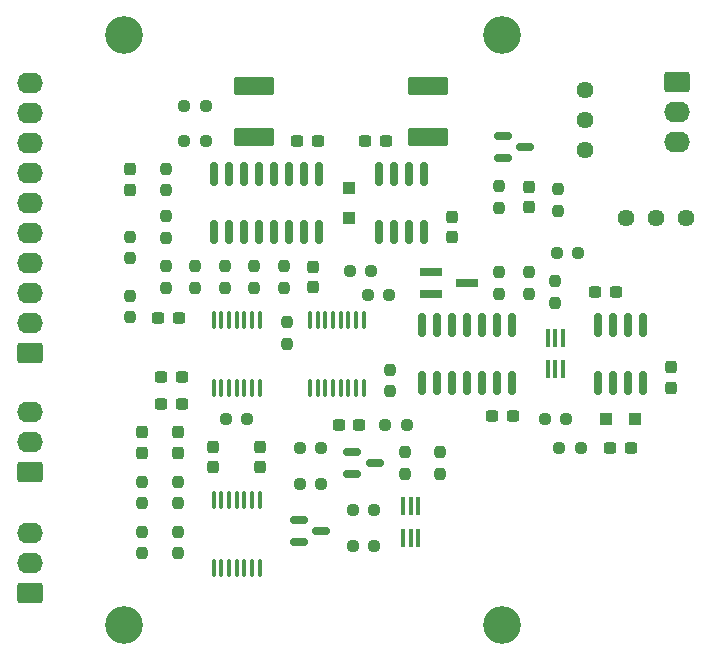
<source format=gbr>
%TF.GenerationSoftware,KiCad,Pcbnew,6.0.11-2627ca5db0~126~ubuntu22.04.1*%
%TF.CreationDate,2023-05-12T21:42:37+02:00*%
%TF.ProjectId,Etherwave-GateCV,45746865-7277-4617-9665-2d4761746543,rev?*%
%TF.SameCoordinates,Original*%
%TF.FileFunction,Soldermask,Top*%
%TF.FilePolarity,Negative*%
%FSLAX46Y46*%
G04 Gerber Fmt 4.6, Leading zero omitted, Abs format (unit mm)*
G04 Created by KiCad (PCBNEW 6.0.11-2627ca5db0~126~ubuntu22.04.1) date 2023-05-12 21:42:37*
%MOMM*%
%LPD*%
G01*
G04 APERTURE LIST*
G04 Aperture macros list*
%AMRoundRect*
0 Rectangle with rounded corners*
0 $1 Rounding radius*
0 $2 $3 $4 $5 $6 $7 $8 $9 X,Y pos of 4 corners*
0 Add a 4 corners polygon primitive as box body*
4,1,4,$2,$3,$4,$5,$6,$7,$8,$9,$2,$3,0*
0 Add four circle primitives for the rounded corners*
1,1,$1+$1,$2,$3*
1,1,$1+$1,$4,$5*
1,1,$1+$1,$6,$7*
1,1,$1+$1,$8,$9*
0 Add four rect primitives between the rounded corners*
20,1,$1+$1,$2,$3,$4,$5,0*
20,1,$1+$1,$4,$5,$6,$7,0*
20,1,$1+$1,$6,$7,$8,$9,0*
20,1,$1+$1,$8,$9,$2,$3,0*%
G04 Aperture macros list end*
%ADD10C,3.200000*%
%ADD11RoundRect,0.237500X-0.300000X-0.237500X0.300000X-0.237500X0.300000X0.237500X-0.300000X0.237500X0*%
%ADD12RoundRect,0.237500X0.237500X-0.250000X0.237500X0.250000X-0.237500X0.250000X-0.237500X-0.250000X0*%
%ADD13RoundRect,0.250000X0.845000X-0.620000X0.845000X0.620000X-0.845000X0.620000X-0.845000X-0.620000X0*%
%ADD14O,2.190000X1.740000*%
%ADD15RoundRect,0.250000X1.450000X-0.537500X1.450000X0.537500X-1.450000X0.537500X-1.450000X-0.537500X0*%
%ADD16RoundRect,0.237500X0.237500X-0.300000X0.237500X0.300000X-0.237500X0.300000X-0.237500X-0.300000X0*%
%ADD17RoundRect,0.150000X-0.150000X0.825000X-0.150000X-0.825000X0.150000X-0.825000X0.150000X0.825000X0*%
%ADD18RoundRect,0.237500X-0.237500X0.250000X-0.237500X-0.250000X0.237500X-0.250000X0.237500X0.250000X0*%
%ADD19RoundRect,0.237500X0.300000X0.237500X-0.300000X0.237500X-0.300000X-0.237500X0.300000X-0.237500X0*%
%ADD20RoundRect,0.237500X-0.250000X-0.237500X0.250000X-0.237500X0.250000X0.237500X-0.250000X0.237500X0*%
%ADD21RoundRect,0.237500X-0.237500X0.300000X-0.237500X-0.300000X0.237500X-0.300000X0.237500X0.300000X0*%
%ADD22RoundRect,0.237500X0.250000X0.237500X-0.250000X0.237500X-0.250000X-0.237500X0.250000X-0.237500X0*%
%ADD23R,1.900000X0.800000*%
%ADD24RoundRect,0.150000X-0.587500X-0.150000X0.587500X-0.150000X0.587500X0.150000X-0.587500X0.150000X0*%
%ADD25R,0.400000X1.500000*%
%ADD26C,1.440000*%
%ADD27R,1.000000X1.000000*%
%ADD28RoundRect,0.100000X-0.100000X0.637500X-0.100000X-0.637500X0.100000X-0.637500X0.100000X0.637500X0*%
%ADD29RoundRect,0.100000X0.100000X-0.637500X0.100000X0.637500X-0.100000X0.637500X-0.100000X-0.637500X0*%
%ADD30RoundRect,0.150000X0.150000X-0.825000X0.150000X0.825000X-0.150000X0.825000X-0.150000X-0.825000X0*%
%ADD31RoundRect,0.250000X-0.845000X0.620000X-0.845000X-0.620000X0.845000X-0.620000X0.845000X0.620000X0*%
G04 APERTURE END LIST*
D10*
%TO.C,H4*%
X100000000Y-105000000D03*
%TD*%
%TO.C,H3*%
X68000000Y-105000000D03*
%TD*%
%TO.C,H2*%
X68000000Y-55000000D03*
%TD*%
%TO.C,H1*%
X100000000Y-55000000D03*
%TD*%
D11*
%TO.C,C1*%
X70887500Y-79000000D03*
X72612500Y-79000000D03*
%TD*%
D12*
%TO.C,R14*%
X72500000Y-94662500D03*
X72500000Y-92837500D03*
%TD*%
D13*
%TO.C,J1*%
X60020000Y-81930000D03*
D14*
X60020000Y-79390000D03*
X60020000Y-76850000D03*
X60020000Y-74310000D03*
X60020000Y-71770000D03*
X60020000Y-69230000D03*
X60020000Y-66690000D03*
X60020000Y-64150000D03*
X60020000Y-61610000D03*
X60020000Y-59070000D03*
%TD*%
D12*
%TO.C,R5*%
X71500000Y-68162500D03*
X71500000Y-66337500D03*
%TD*%
D15*
%TO.C,C13*%
X93750000Y-63637500D03*
X93750000Y-59362500D03*
%TD*%
D16*
%TO.C,C14*%
X102250000Y-69612500D03*
X102250000Y-67887500D03*
%TD*%
D12*
%TO.C,R40*%
X99750000Y-76912500D03*
X99750000Y-75087500D03*
%TD*%
%TO.C,R3*%
X71500000Y-72162500D03*
X71500000Y-70337500D03*
%TD*%
D16*
%TO.C,C18*%
X95750000Y-72112500D03*
X95750000Y-70387500D03*
%TD*%
D13*
%TO.C,J4*%
X60020000Y-102290000D03*
D14*
X60020000Y-99750000D03*
X60020000Y-97210000D03*
%TD*%
D17*
%TO.C,U6*%
X100810000Y-79525000D03*
X99540000Y-79525000D03*
X98270000Y-79525000D03*
X97000000Y-79525000D03*
X95730000Y-79525000D03*
X94460000Y-79525000D03*
X93190000Y-79525000D03*
X93190000Y-84475000D03*
X94460000Y-84475000D03*
X95730000Y-84475000D03*
X97000000Y-84475000D03*
X98270000Y-84475000D03*
X99540000Y-84475000D03*
X100810000Y-84475000D03*
%TD*%
D18*
%TO.C,R10*%
X79000000Y-74587500D03*
X79000000Y-76412500D03*
%TD*%
D19*
%TO.C,C20*%
X109612500Y-76750000D03*
X107887500Y-76750000D03*
%TD*%
D12*
%TO.C,R7*%
X76500000Y-76412500D03*
X76500000Y-74587500D03*
%TD*%
D19*
%TO.C,C6*%
X84362500Y-64000000D03*
X82637500Y-64000000D03*
%TD*%
D11*
%TO.C,C15*%
X109137500Y-90000000D03*
X110862500Y-90000000D03*
%TD*%
D12*
%TO.C,R27*%
X90500000Y-85162500D03*
X90500000Y-83337500D03*
%TD*%
D20*
%TO.C,R31*%
X104837500Y-90000000D03*
X106662500Y-90000000D03*
%TD*%
D16*
%TO.C,C11*%
X72500000Y-90362500D03*
X72500000Y-88637500D03*
%TD*%
D21*
%TO.C,C22*%
X75500000Y-89887500D03*
X75500000Y-91612500D03*
%TD*%
D22*
%TO.C,R24*%
X84662500Y-90000000D03*
X82837500Y-90000000D03*
%TD*%
D20*
%TO.C,R20*%
X87337500Y-98250000D03*
X89162500Y-98250000D03*
%TD*%
D23*
%TO.C,Q2*%
X94000000Y-75050000D03*
X94000000Y-76950000D03*
X97000000Y-76000000D03*
%TD*%
D21*
%TO.C,C19*%
X114250000Y-83137500D03*
X114250000Y-84862500D03*
%TD*%
D16*
%TO.C,C7*%
X84000000Y-76362500D03*
X84000000Y-74637500D03*
%TD*%
D22*
%TO.C,R22*%
X91912500Y-88000000D03*
X90087500Y-88000000D03*
%TD*%
D18*
%TO.C,R34*%
X99750000Y-67837500D03*
X99750000Y-69662500D03*
%TD*%
%TO.C,R4*%
X68500000Y-72087500D03*
X68500000Y-73912500D03*
%TD*%
D20*
%TO.C,R23*%
X82837500Y-93000000D03*
X84662500Y-93000000D03*
%TD*%
D12*
%TO.C,R11*%
X81500000Y-76412500D03*
X81500000Y-74587500D03*
%TD*%
D17*
%TO.C,U7*%
X111905000Y-79525000D03*
X110635000Y-79525000D03*
X109365000Y-79525000D03*
X108095000Y-79525000D03*
X108095000Y-84475000D03*
X109365000Y-84475000D03*
X110635000Y-84475000D03*
X111905000Y-84475000D03*
%TD*%
D12*
%TO.C,R28*%
X102250000Y-76912500D03*
X102250000Y-75087500D03*
%TD*%
D24*
%TO.C,D4*%
X87312500Y-90300000D03*
X87312500Y-92200000D03*
X89187500Y-91250000D03*
%TD*%
D25*
%TO.C,Q3*%
X105150000Y-80670000D03*
X104500000Y-80670000D03*
X103850000Y-80670000D03*
X103850000Y-83330000D03*
X104500000Y-83330000D03*
X105150000Y-83330000D03*
%TD*%
D22*
%TO.C,R12*%
X78412500Y-87500000D03*
X76587500Y-87500000D03*
%TD*%
D20*
%TO.C,R18*%
X87337500Y-95250000D03*
X89162500Y-95250000D03*
%TD*%
D24*
%TO.C,D5*%
X100062500Y-63550000D03*
X100062500Y-65450000D03*
X101937500Y-64500000D03*
%TD*%
D12*
%TO.C,R16*%
X69500000Y-98912500D03*
X69500000Y-97087500D03*
%TD*%
D18*
%TO.C,R6*%
X74000000Y-74587500D03*
X74000000Y-76412500D03*
%TD*%
D12*
%TO.C,R19*%
X91750000Y-92162500D03*
X91750000Y-90337500D03*
%TD*%
D24*
%TO.C,D3*%
X82812500Y-96050000D03*
X82812500Y-97950000D03*
X84687500Y-97000000D03*
%TD*%
D22*
%TO.C,R30*%
X105412500Y-87500000D03*
X103587500Y-87500000D03*
%TD*%
D26*
%TO.C,RV2*%
X107000000Y-64790000D03*
X107000000Y-62250000D03*
X107000000Y-59710000D03*
%TD*%
D11*
%TO.C,C21*%
X86137500Y-88000000D03*
X87862500Y-88000000D03*
%TD*%
D16*
%TO.C,C10*%
X69500000Y-90362500D03*
X69500000Y-88637500D03*
%TD*%
D12*
%TO.C,R15*%
X69500000Y-94662500D03*
X69500000Y-92837500D03*
%TD*%
%TO.C,R2*%
X71500000Y-76412500D03*
X71500000Y-74587500D03*
%TD*%
%TO.C,R21*%
X94750000Y-92162500D03*
X94750000Y-90337500D03*
%TD*%
D27*
%TO.C,D2*%
X108750000Y-87500000D03*
X111250000Y-87500000D03*
%TD*%
D28*
%TO.C,U4*%
X88275000Y-79137500D03*
X87625000Y-79137500D03*
X86975000Y-79137500D03*
X86325000Y-79137500D03*
X85675000Y-79137500D03*
X85025000Y-79137500D03*
X84375000Y-79137500D03*
X83725000Y-79137500D03*
X83725000Y-84862500D03*
X84375000Y-84862500D03*
X85025000Y-84862500D03*
X85675000Y-84862500D03*
X86325000Y-84862500D03*
X86975000Y-84862500D03*
X87625000Y-84862500D03*
X88275000Y-84862500D03*
%TD*%
D25*
%TO.C,Q1*%
X92900000Y-94920000D03*
X92250000Y-94920000D03*
X91600000Y-94920000D03*
X91600000Y-97580000D03*
X92250000Y-97580000D03*
X92900000Y-97580000D03*
%TD*%
D29*
%TO.C,U3*%
X75550000Y-100112500D03*
X76200000Y-100112500D03*
X76850000Y-100112500D03*
X77500000Y-100112500D03*
X78150000Y-100112500D03*
X78800000Y-100112500D03*
X79450000Y-100112500D03*
X79450000Y-94387500D03*
X78800000Y-94387500D03*
X78150000Y-94387500D03*
X77500000Y-94387500D03*
X76850000Y-94387500D03*
X76200000Y-94387500D03*
X75550000Y-94387500D03*
%TD*%
D26*
%TO.C,RV1*%
X110460000Y-70500000D03*
X113000000Y-70500000D03*
X115540000Y-70500000D03*
%TD*%
D12*
%TO.C,R17*%
X72500000Y-98912500D03*
X72500000Y-97087500D03*
%TD*%
D19*
%TO.C,C9*%
X72862500Y-84000000D03*
X71137500Y-84000000D03*
%TD*%
D15*
%TO.C,C12*%
X79000000Y-63637500D03*
X79000000Y-59362500D03*
%TD*%
D22*
%TO.C,R8*%
X74912500Y-64000000D03*
X73087500Y-64000000D03*
%TD*%
D30*
%TO.C,U5*%
X89595000Y-71725000D03*
X90865000Y-71725000D03*
X92135000Y-71725000D03*
X93405000Y-71725000D03*
X93405000Y-66775000D03*
X92135000Y-66775000D03*
X90865000Y-66775000D03*
X89595000Y-66775000D03*
%TD*%
D20*
%TO.C,R9*%
X73087500Y-61000000D03*
X74912500Y-61000000D03*
%TD*%
D12*
%TO.C,R1*%
X68500000Y-78912500D03*
X68500000Y-77087500D03*
%TD*%
D18*
%TO.C,R13*%
X81750000Y-79337500D03*
X81750000Y-81162500D03*
%TD*%
%TO.C,R33*%
X104750000Y-68087500D03*
X104750000Y-69912500D03*
%TD*%
D20*
%TO.C,R26*%
X88587500Y-77000000D03*
X90412500Y-77000000D03*
%TD*%
D27*
%TO.C,D1*%
X87000000Y-70500000D03*
X87000000Y-68000000D03*
%TD*%
D11*
%TO.C,C16*%
X99137500Y-87250000D03*
X100862500Y-87250000D03*
%TD*%
D19*
%TO.C,C8*%
X72862500Y-86250000D03*
X71137500Y-86250000D03*
%TD*%
D31*
%TO.C,J3*%
X114750000Y-58960000D03*
D14*
X114750000Y-61500000D03*
X114750000Y-64040000D03*
%TD*%
D18*
%TO.C,R29*%
X104500000Y-75837500D03*
X104500000Y-77662500D03*
%TD*%
D20*
%TO.C,R25*%
X87087500Y-75000000D03*
X88912500Y-75000000D03*
%TD*%
D11*
%TO.C,C17*%
X88387500Y-64000000D03*
X90112500Y-64000000D03*
%TD*%
D21*
%TO.C,C4*%
X68500000Y-66387500D03*
X68500000Y-68112500D03*
%TD*%
D28*
%TO.C,U2*%
X79450000Y-79137500D03*
X78800000Y-79137500D03*
X78150000Y-79137500D03*
X77500000Y-79137500D03*
X76850000Y-79137500D03*
X76200000Y-79137500D03*
X75550000Y-79137500D03*
X75550000Y-84862500D03*
X76200000Y-84862500D03*
X76850000Y-84862500D03*
X77500000Y-84862500D03*
X78150000Y-84862500D03*
X78800000Y-84862500D03*
X79450000Y-84862500D03*
%TD*%
D13*
%TO.C,J2*%
X60000000Y-92040000D03*
D14*
X60000000Y-89500000D03*
X60000000Y-86960000D03*
%TD*%
D30*
%TO.C,U1*%
X75555000Y-71725000D03*
X76825000Y-71725000D03*
X78095000Y-71725000D03*
X79365000Y-71725000D03*
X80635000Y-71725000D03*
X81905000Y-71725000D03*
X83175000Y-71725000D03*
X84445000Y-71725000D03*
X84445000Y-66775000D03*
X83175000Y-66775000D03*
X81905000Y-66775000D03*
X80635000Y-66775000D03*
X79365000Y-66775000D03*
X78095000Y-66775000D03*
X76825000Y-66775000D03*
X75555000Y-66775000D03*
%TD*%
D22*
%TO.C,R32*%
X106412500Y-73500000D03*
X104587500Y-73500000D03*
%TD*%
D16*
%TO.C,C5*%
X79500000Y-91612500D03*
X79500000Y-89887500D03*
%TD*%
M02*

</source>
